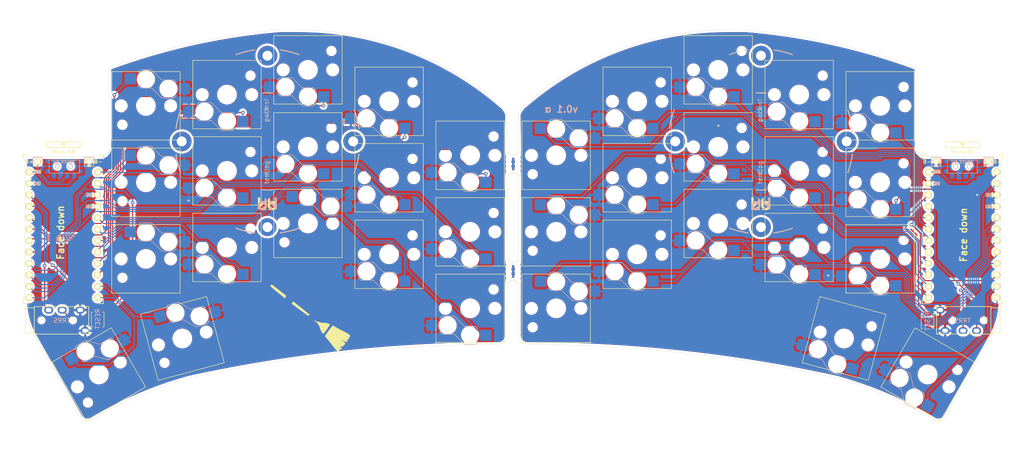
<source format=kicad_pcb>
(kicad_pcb (version 20211014) (generator pcbnew)
  (layers (0 "F.Cu" signal) (31 "B.Cu" signal) (34 "B.Paste" user) (35 "F.Paste" user) (36 "B.SilkS" user "B.Silkscreen") (37 "F.SilkS" user "F.Silkscreen") (38 "B.Mask" user) (39 "F.Mask" user) (44 "Edge.Cuts" user))
  (net 0 "")
  (net 1 "BT+")
  (net 2 "gnd")
  (net 3 "vcc")
  (net 4 "Switch18")
  (net 5 "reset")
  (net 6 "Switch1")
  (net 7 "Switch2")
  (net 8 "Switch3")
  (net 9 "Switch4")
  (net 10 "Switch5")
  (net 11 "Switch6")
  (net 12 "Switch7")
  (net 13 "Switch8")
  (net 14 "Switch9")
  (net 15 "Switch10")
  (net 16 "Switch11")
  (net 17 "Switch12")
  (net 18 "Switch13")
  (net 19 "Switch14")
  (net 20 "Switch15")
  (net 21 "Switch16")
  (net 22 "Switch17")
  (net 23 "Net-(SW_POWER1-Pad1)")
  (net 24 "raw")
  (net 25 "BT+_r")
  (net 26 "Switch18_r")
  (net 27 "reset_r")
  (net 28 "Switch9_r")
  (net 29 "Switch10_r")
  (net 30 "Switch11_r")
  (net 31 "Switch12_r")
  (net 32 "Switch13_r")
  (net 33 "Switch14_r")
  (net 34 "Switch15_r")
  (net 35 "Switch16_r")
  (net 36 "Switch17_r")
  (net 37 "Switch1_r")
  (net 38 "Switch2_r")
  (net 39 "Switch3_r")
  (net 40 "Switch4_r")
  (net 41 "Switch5_r")
  (net 42 "Switch6_r")
  (net 43 "Switch7_r")
  (net 44 "Switch8_r")
  (net 45 "Net-(SW_POWERR1-Pad1)")
  (footprint "kbd:ProMicro_v3_min" (layer "F.Cu") (at 230.178 67.564)
    (fp_text reference "U1" hide)
    (fp_text value "ProMicro-kbd" hide)
  )
  (footprint "Kailh:TRRS-PJ-320A" (layer "F.Cu") (at 236.474 86.052 -90)
    (fp_text reference "J2")
    (fp_text value "AudioJack4dpb" hide)
  )
  (footprint "* duckyb-collection:SW_Hotswap_Kailh_Choc_V1_no_bounds" (layer "F.Cu") (at 175.856 64.516 180)
    (fp_text reference "SW16" hide)
    (fp_text value "SW_Push")
  )
  (footprint "* duckyb-collection:SW_Hotswap_Kailh_Choc_V1_no_bounds" (layer "F.Cu") (at 222.386 98.082 150)
    (fp_text reference "SW20" hide)
    (fp_text value "SW_Push")
  )
  (footprint "* duckyb-collection:SW_Hotswap_Kailh_Choc_V1_no_bounds" (layer "F.Cu") (at 157.856 71.374 180)
    (fp_text reference "SW15" hide)
    (fp_text value "SW_Push")
  )
  (footprint "* duckyb-collection:SW_Hotswap_Kailh_Choc_V1_no_bounds" (layer "F.Cu") (at 203.826 90.082 165)
    (fp_text reference "SW21" hide)
    (fp_text value "SW_Push")
  )
  (footprint "* duckyb-collection:SW_Hotswap_Kailh_Choc_V1_no_bounds" (layer "F.Cu") (at 193.856 69.85 180)
    (fp_text reference "SW17" hide)
    (fp_text value "SW_Push")
  )
  (footprint "* duckyb-collection:SW_Hotswap_Kailh_Choc_V1_no_bounds" (layer "F.Cu") (at 211.836 72.39 180)
    (fp_text reference "SW18" hide)
    (fp_text value "SW_Push")
  )
  (footprint "* duckyb-collection:SW_Hotswap_Kailh_Choc_V1_no_bounds" (layer "F.Cu") (at 175.856 30.382 180)
    (fp_text reference "SW4" hide)
    (fp_text value "SW_Push")
  )
  (footprint "* duckyb-collection:SW_Hotswap_Kailh_Choc_V1_no_bounds" (layer "F.Cu") (at 157.856 37.382 180)
    (fp_text reference "SW3" hide)
    (fp_text value "SW_Push")
  )
  (footprint "* duckyb-collection:SW_Hotswap_Kailh_Choc_V1_no_bounds" (layer "F.Cu") (at 157.856 54.356 180)
    (fp_text reference "SW9" hide)
    (fp_text value "SW_Push")
  )
  (footprint "* duckyb-collection:SW_Hotswap_Kailh_Choc_V1_no_bounds" (layer "F.Cu") (at 139.856 83.382)
    (fp_text reference "SW14" hide)
    (fp_text value "SW_Push")
  )
  (footprint "* duckyb-collection:SW_Hotswap_Kailh_Choc_V1_no_bounds" (layer "F.Cu") (at 211.836 55.372 180)
    (fp_text reference "SW12" hide)
    (fp_text value "SW_Push")
  )
  (footprint "* duckyb-collection:SW_Hotswap_Kailh_Choc_V1_no_bounds" (layer "F.Cu") (at 193.856 52.832 180)
    (fp_text reference "SW11" hide)
    (fp_text value "SW_Push")
  )
  (footprint "* duckyb-collection:SW_Hotswap_Kailh_Choc_V1_no_bounds" (layer "F.Cu") (at 139.856 66.382)
    (fp_text reference "SW8" hide)
    (fp_text value "SW_Push")
  )
  (footprint "* duckyb-collection:SW_Hotswap_Kailh_Choc_V1_no_bounds" (layer "F.Cu") (at 211.856 38.382 180)
    (fp_text reference "SW6" hide)
    (fp_text value "SW_Push")
  )
  (footprint "* duckyb-collection:SW_Hotswap_Kailh_Choc_V1_no_bounds" (layer "F.Cu") (at 193.856 35.882 180)
    (fp_text reference "SW5" hide)
    (fp_text value "SW_Push")
  )
  (footprint "* duckyb-collection:SW_Hotswap_Kailh_Choc_V1_no_bounds" (layer "F.Cu") (at 139.856 49.382)
    (fp_text reference "SW2" hide)
    (fp_text value "SW_Push")
  )
  (footprint "Duckyb-Parts:mouse-bite-5mm-slot-with-space-for-track" (layer "F.Cu") (at 130.302 51.308)
    (fp_text reference "mouse-bite-2mm-slot" hide)
    (fp_text value "VAL**" hide)
  )
  (footprint "Duckyb-Parts:mouse-bite-5mm-slot-with-space-for-track" (layer "F.Cu") (at 130.302 75.184)
    (fp_text reference "mouse-bite-2mm-slot" hide)
    (fp_text value "VAL**" hide)
  )
  (footprint "kbd:SW_SPST_B3U-1000P" (layer "F.Cu") (at 222.377 86.233 90)
    (fp_text reference "RSW1" hide)
    (fp_text value "SW_Push")
  )
  (footprint "* duckyb-collection:SW_Hotswap_Kailh_Choc_V1_no_bounds" (layer "F.Cu") (at 175.856 47.498 180)
    (fp_text reference "SW10" hide)
    (fp_text value "SW_Push")
  )
  (footprint "kbd:Tenting_Puck2" (layer "F.Cu") (at 185.356 46.282)
    (fp_text reference "REF_PUCK_L")
    (fp_text value "Tenting Puck")
  )
  (footprint "kbd:1pin_conn" (layer "F.Cu") (at 235.966 50.8)
    (fp_text reference "B+")
    (fp_text value "MountingHole_Pad" hide)
  )
  (footprint "kbd:1pin_conn" (layer "F.Cu") (at 224.282 50.8)
    (fp_text reference "B-")
    (fp_text value "MountingHole_Pad" hide)
  )
  (footprint "kbd:ProMicro_v3_min" (layer "F.Cu") (at 30.326 67.564)
    (fp_text reference "U2" hide)
    (fp_text value "ProMicro-kbd" hide)
  )
  (footprint "Kailh:TRRS-PJ-320A" (layer "F.Cu") (at 23.876 86.052 90)
    (fp_text reference "J1")
    (fp_text value "AudioJack4dpb" hide)
  )
  (footprint "* duckyb-collection:SW_Hotswap_Kailh_Choc_V1_no_bounds" (layer "F.Cu") (at 48.686 72.39)
    (fp_text reference "SW17_r1" hide)
    (fp_text value "SW_Push")
  )
  (footprint "* duckyb-collection:SW_Hotswap_Kailh_Choc_V1_no_bounds" (layer "F.Cu") (at 66.7 52.832 180)
    (fp_text reference "SW11_r1" hide)
    (fp_text value "SW_Push")
  )
  (footprint "* duckyb-collection:SW_Hotswap_Kailh_Choc_V1_no_bounds" (layer "F.Cu") (at 84.688 64.516)
    (fp_text reference "SW15_r1" hide)
    (fp_text value "SW_Push")
  )
  (footprint "* duckyb-collection:SW_Hotswap_Kailh_Choc_V1_no_bounds" (layer "F.Cu") (at 102.714 71.374 180)
    (fp_text reference "SW18_r1" hide)
    (fp_text value "SW_Push")
  )
  (footprint "* duckyb-collection:SW_Hotswap_Kailh_Choc_V1_no_bounds" (layer "F.Cu") (at 48.686 38.382)
    (fp_text reference "SW6_r1" hide)
    (fp_text value "SW_Push")
  )
  (footprint "* duckyb-collection:SW_Hotswap_Kailh_Choc_V1_no_bounds" (layer "F.Cu") (at 66.7 35.882 180)
    (fp_text reference "SW5_r1" hide)
    (fp_text value "SW_Push")
  )
  (footprint "* duckyb-collection:SW_Hotswap_Kailh_Choc_V1_no_bounds" (layer "F.Cu") (at 120.732 49.382 180)
    (fp_text reference "SW2_r1" hide)
    (fp_text value "SW_Push")
  )
  (footprint "* duckyb-collection:SW_Hotswap_Kailh_Choc_V1_no_bounds" (layer "F.Cu") (at 66.7 69.85 180)
    (fp_text reference "SW16_r1" hide)
    (fp_text value "SW_Push")
  )
  (footprint "* duckyb-collection:SW_Hotswap_Kailh_Choc_V1_no_bounds" (layer "F.Cu") (at 84.688 30.382 180)
    (fp_text reference "SW4_r1" hide)
    (fp_text value "SW_Push")
  )
  (footprint "* duckyb-collection:SW_Hotswap_Kailh_Choc_V1_no_bounds" (layer "F.Cu") (at 120.732 83.382 180)
    (fp_text reference "SW13_r1" hide)
    (fp_text value "SW_Push")
  )
  (footprint "* duckyb-collection:SW_Hotswap_Kailh_Choc_V1_no_bounds" (layer "F.Cu") (at 48.686 55.372)
    (fp_text reference "SW12_r1" hide)
    (fp_text value "SW_Push")
  )
  (footprint "* duckyb-collection:SW_Hotswap_Kailh_Choc_V1_no_bounds" (layer "F.Cu") (at 102.714 37.382 180)
    (fp_text reference "SW3_r1" hide)
    (fp_text value "SW_Push")
  )
  (footprint "* duckyb-collection:SW_Hotswap_Kailh_Choc_V1_no_bounds" (layer "F.Cu") (at 102.714 54.356 180)
    (fp_text reference "SW8_r1" hide)
    (fp_text value "SW_Push")
  )
  (footprint "* duckyb-collection:SW_Hotswap_Kailh_Choc_V1_no_bounds" (layer "F.Cu") (at 56.778 90.082 15)
    (fp_text reference "SW21_r1" hide)
    (fp_text value "SW_Push")
  )
  (footprint "Kailh:ferris_broom" (layer "F.Cu") (at 84.074 85.344 7)
    (fp_text reference "G***" hide)
    (fp_text value "LOGO" hide)
  )
  (footprint "* duckyb-collection:SW_Hotswap_Kailh_Choc_V1_no_bounds" (layer "F.Cu") (at 84.688 47.498 180)
    (fp_text reference "SW9_r1" hide)
    (fp_text value "SW_Push")
  )
  (footprint "* duckyb-collection:SW_Hotswap_Kailh_Choc_V1_no_bounds" (layer "F.Cu") (at 38.218 98.082 30)
    (fp_text reference "SW20_r1" hide)
    (fp_text value "SW_Push")
  )
  (footprint "* duckyb-collection:SW_Hotswap_Kailh_Choc_V1_no_bounds" (layer "F.Cu") (at 120.732 66.382 180)
    (fp_text reference "SW7_r1" hide)
    (fp_text value "SW_Push")
  )
  (footprint "kbd:Tenting_Puck2" (layer "F.Cu") (at 75.692 46.282)
    (fp_text reference "REF_PUCK_R")
    (fp_text value "Tenting Puck")
  )
  (footprint "kbd:1pin_conn" (layer "F.Cu") (at 36.068 50.8)
    (fp_text reference "B-")
    (fp_text value "MountingHole_Pad" hide)
  )
  (footprint "kbd:1pin_conn" (layer "F.Cu") (at 24.638 50.8)
    (fp_text reference "B+")
    (fp_text value "MountingHole_Pad" hide)
  )
  (footprint "kbd:SW_SPST_B3U-1000P" (layer "F.Cu") (at 37.973 85.852 90)
    (fp_text reference "RSW2" hide)
    (fp_text value "SW_Push")
  )
  (footprint "Kailh:SPDT_C128955" (layer "B.Cu") (at 230.124 51.816 180)
    (fp_text reference "POWER SW")
    (fp_text value "SW_SPDT")
  )
  (footprint "Kailh:SPDT_C128955" (layer "B.Cu") (at 30.48 51.816 180)
    (fp_text reference "POWER SW")
    (fp_text value "SW_SPDT")
  )
  (gr_rect (start 27.178 50.419) (end 33.909 53.34) (layer "B.SilkS") (width 0.12) (fill none))
  (gr_rect (start 226.822 50.419) (end 233.426 53.34) (layer "B.SilkS") (width 0.12) (fill none))
  (gr_line (start 131.5085 77.724) (end 131.506254 89.547024) (layer "Edge.Cuts") (width 0.05))
  (gr_line (start 219.998001 47.763999) (end 219.998045 30.439419) (layer "Edge.Cuts") (width 0.05))
  (gr_arc (start 226.446 107.451265) (mid 225.204995 108.32098) (end 223.714 108.05) (layer "Edge.Cuts") (width 0.05))
  (gr_arc (start 222.033002 49.694917) (mid 220.620534 49.145716) (end 219.998001 47.763999) (layer "Edge.Cuts") (width 0.05))
  (gr_arc (start 182.067777 21.502679) (mid 201.091879 24.375764) (end 219.56329 29.758889) (layer "Edge.Cuts") (width 0.05))
  (gr_arc (start 132.893 38.265) (mid 153.988491 25.788882) (end 178.120389 21.508139) (layer "Edge.Cuts") (width 0.05))
  (gr_arc (start 237.938 49.692) (mid 238.46833 49.91167) (end 238.688 50.442) (layer "Edge.Cuts") (width 0.05))
  (gr_arc (start 131.466055 40.278702) (mid 132.022929 39.160882) (end 132.893 38.265) (layer "Edge.Cuts") (width 0.05))
  (gr_arc (start 133.544 91.383119) (mid 132.156573 90.874102) (end 131.506254 89.547024) (layer "Edge.Cuts") (width 0.05))
  (gr_arc (start 219.56329 29.758889) (mid 219.880079 30.035645) (end 219.998045 30.439419) (layer "Edge.Cuts") (width 0.05))
  (gr_arc (start 202.185134 98.863946) (mid 213.262488 102.723597) (end 223.714 108.05) (layer "Edge.Cuts") (width 0.05))
  (gr_line (start 222.033002 49.694917) (end 237.938 49.692) (layer "Edge.Cuts") (width 0.05))
  (gr_arc (start 133.544 91.383119) (mid 168.064442 93.289554) (end 202.185134 98.863946) (layer "Edge.Cuts") (width 0.05))
  (gr_line (start 238.688 58.42) (end 238.688 66.548) (layer "Edge.Cuts") (width 0.05))
  (gr_line (start 236.953304 88.85815) (end 226.446 107.451265) (layer "Edge.Cuts") (width 0.05))
  (gr_arc (start 238.7 81.534) (mid 238.242913 85.295347) (end 236.953304 88.85815) (layer "Edge.Cuts") (width 0.05))
  (gr_line (start 182.067777 21.502679) (end 178.120389 21.508139) (layer "Edge.Cuts") (width 0.05))
  (gr_line (start 238.688 50.442) (end 238.688 58.42) (layer "Edge.Cuts") (width 0.05))
  (gr_line (start 131.466055 40.278702) (end 131.572 48.768) (layer "Edge.Cuts") (width 0.05))
  (gr_line (start 129.3495 48.768) (end 128.96 48.768) (layer "Edge.Cuts") (width 0.05))
  (gr_line (start 238.688 66.548) (end 238.688 75.438) (layer "Edge.Cuts") (width 0.05))
  (gr_line (start 238.688 75.438) (end 238.7 81.534) (layer "Edge.Cuts") (width 0.05))
  (gr_line (start 129.3495 72.644) (end 128.96 72.644) (layer "Edge.Cuts") (width 0.05))
  (gr_line (start 129.3495 53.848) (end 128.96 53.848) (layer "Edge.Cuts") (width 0.05))
  (gr_line (start 129.3495 77.724) (end 128.96 77.724) (layer "Edge.Cuts") (width 0.05))
  (gr_line (start 131.572 53.848) (end 131.572 72.644) (layer "Edge.Cuts") (width 0.05))
  (gr_line (start 78.412223 21.502679) (end 82.613611 21.508139) (layer "Edge.Cuts") (width 0.05))
  (gr_line (start 21.792 50.442) (end 21.792 58.42) (layer "Edge.Cuts") (width 0.05))
  (gr_line (start 128.96 77.724) (end 128.975507 89.545022) (layer "Edge.Cuts") (width 0.05))
  (gr_arc (start 127.587 38.265) (mid 128.457071 39.160882) (end 129.013945 40.278702) (layer "Edge.Cuts") (width 0.05))
  (gr_arc (start 128.975507 89.545022) (mid 128.324689 90.873432) (end 126.936 91.383119) (layer "Edge.Cuts") (width 0.05))
  (gr_line (start 40.481999 47.763999) (end 40.481955 30.439419) (layer "Edge.Cuts") (width 0.05))
  (gr_line (start 21.792 66.548) (end 21.792 73.914) (layer "Edge.Cuts") (width 0.05))
  (gr_line (start 23.526696 88.85815) (end 34.034 107.451265) (layer "Edge.Cuts") (width 0.05))
  (gr_arc (start 40.481999 47.763999) (mid 39.859467 49.145716) (end 38.446998 49.694917) (layer "Edge.Cuts") (width 0.05))
  (gr_arc (start 40.91671 29.758889) (mid 59.388121 24.375764) (end 78.412223 21.502679) (layer "Edge.Cuts") (width 0.05))
  (gr_arc (start 58.294866 98.863946) (mid 92.415558 93.289555) (end 126.936 91.383119) (layer "Edge.Cuts") (width 0.05))
  (gr_arc (start 23.526696 88.85815) (mid 22.237087 85.295347) (end 21.78 81.534) (layer "Edge.Cuts") (width 0.05))
  (gr_arc (start 21.792 50.442) (mid 22.01167 49.91167) (end 22.542 49.692) (layer "Edge.Cuts") (width 0.05))
  (gr_line (start 38.446998 49.694917) (end 22.542 49.692) (layer "Edge.Cuts") (width 0.05))
  (gr_line (start 21.792 58.42) (end 21.792 66.548) (layer "Edge.Cuts") (width 0.05))
  (gr_arc (start 40.481955 30.439419) (mid 40.599921 30.035645) (end 40.91671 29.758889) (layer "Edge.Cuts") (width 0.05))
  (gr_arc (start 36.766 108.05) (mid 35.275005 108.32098) (end 34.034 107.451265) (layer "Edge.Cuts") (width 0.05))
  (gr_arc (start 82.613611 21.508139) (mid 106.610476 25.833455) (end 127.587 38.265) (layer "Edge.Cuts") (width 0.05))
  (gr_arc (start 36.766 108.05) (mid 47.217512 102.723597) (end 58.294866 98.863946) (layer "Edge.Cuts") (width 0.05))
  (gr_line (start 21.792 73.914) (end 21.78 81.534) (layer "Edge.Cuts") (width 0.05))
  (gr_line (start 128.96 53.848) (end 128.96 72.644) (layer "Edge.Cuts") (width 0.05))
  (gr_line (start 129.013945 40.278702) (end 128.96 48.768) (layer "Edge.Cuts") (width 0.05))
  (gr_line (start 131.572 48.768) (end 131.2545 48.768) (layer "Edge.Cuts") (width 0.05))
  (gr_arc (start 131.254499 72.644) (mid 130.302 73.288873) (end 129.349501 72.643999) (layer "Edge.Cuts") (width 0.05))
  (gr_line (start 131.572 53.848) (end 131.2545 53.848) (layer "Edge.Cuts") (width 0.05))
  (gr_arc (start 129.349501 77.724) (mid 130.302 77.079127) (end 131.254499 77.724001) (layer "Edge.Cuts") (width 0.05))
  (gr_line (start 131.572 72.644) (end 131.2545 72.644) (layer "Edge.Cuts") (width 0.05))
  (gr_arc (start 131.254499 48.768) (mid 130.302 49.412873) (end 129.349501 48.767999) (layer "Edge.Cuts") (width 0.05))
  (gr_line (start 131.5085 77.724) (end 131.2545 77.724) (layer "Edge.Cuts") (width 0.05))
  (gr_arc (start 129.349501 53.848) (mid 130.302 53.203127) (end 131.254499 53.848001) (layer "Edge.Cuts") (width 0.05))
  (gr_text "v0.1 α" (at 140.97 39.116) (layer "B.SilkS") (effects (font (size 1.5 1.5) (thickness 0.3)) (justify mirror)))
  (gr_text "Face down" (at 230.378 67.056 90) (layer "F.SilkS") (effects (font (size 1.5 1.5) (thickness 0.3))))
  (gr_text "Face down" (at 29.718 66.548 90) (layer "F.SilkS") (effects (font (size 1.5 1.5) (thickness 0.3))))
  (segment (start 29.749 55.372) (end 31.23 53.891) (width 0.25) (layer "B.Cu") (net 1))
  (segment (start 24.638 50.8) (end 24.638 52.832) (width 0.25) (layer "B.Cu") (net 1))
  (segment (start 24.638 52.832) (end 27.178 55.372) (width 0.25) (layer "B.Cu") (net 1))
  (segment (start 27.178 55.372) (end 29.749 55.372) (width 0.25) (layer "B.Cu") (net 1))
  (via (at 200.279 76.073) (size 0.8) (drill 0.4) (layers "F.Cu" "B.Cu") (net 2))
  (via (at 175.895 42.799) (size 0.8) (drill 0.4) (layers "F.Cu" "B.Cu") (net 2))
  (via (at 233.426 58.166) (size 0.8) (drill 0.4) (layers "F.Cu" "B.Cu") (net 2))
  (via (at 58.166 59.436) (size 0.8) (drill 0.4) (layers "F.Cu" "B.Cu") (net 2))
  (segment (start 229.235 77.9405) (end 229.3245 77.9405) (width 0.25) (layer "F.Cu") (net 3))
  (segment (start 233.274 81.89) (end 233.274 88.352) (width 0.25) (layer "F.Cu") (net 3))
  (segment (start 26.162 73.914) (end 26.162 82.838) (width 0.25) (layer "F.Cu") (net 3))
  (segment (start 229.3245 77.9405) (end 233.274 81.89) (width 0.25) (layer "F.Cu") (net 3))
  (segment (start 26.162 82.838) (end 27.076 83.752) (width 0.25) (layer "F.Cu") (net 3))
  (via (at 229.235 77.9405) (size 0.8) (drill 0.4) (layers "F.Cu" "B.Cu") (net 3))
  (via (at 26.162 73.914) (size 0.8) (drill 0.4) (layers "F.Cu" "B.Cu") (net 3))
  (segment (start 224.028 62.1646) (end 222.5694 60.706) (width 0.25) (layer "B.Cu") (net 3))
  (segment (start 26.162 62.246318) (end 24.621682 60.706) (width 0.25) (layer "B.Cu") (net 3))
  (segment (start 229.235 77.851) (end 224.028 72.644) (width 0.25) (layer "B.Cu") (net 3))
  (segment (start 24.621682 60.706) (end 22.7174 60.706) (width 0.25) (layer "B.Cu") (net 3))
  (segment (start 26.162 73.914) (end 26.162 62.246318) (width 0.25) (layer "B.Cu") (net 3))
  (segment (start 224.028 72.644) (end 224.028 62.1646) (width 0.25) (layer "B.Cu") (net 3))
  (segment (start 229.235 77.9405) (end 229.235 77.851) (width 0.25) (layer "B.Cu") (net 3))
  (segment (start 229.738701 79.379299) (end 230.274 79.914598) (width 0.25) (layer "F.Cu") (net 4))
  (segment (start 230.274 79.914598) (end 230.274 88.352) (width 0.25) (layer "F.Cu") (net 4))
  (via (at 229.738701 79.379299) (size 0.8) (drill 0.4) (layers "F.Cu" "B.Cu") (net 4))
  (segment (start 231.4324 78.192164) (end 231.4324 75.396011) (width 0.25) (layer "B.Cu") (net 4))
  (segment (start 229.738701 79.379299) (end 230.245265 79.379299) (width 0.25) (layer "B.Cu") (net 4))
  (segment (start 231.4324 75.396011) (end 234.74444 72.083971) (width 0.25) (layer "B.Cu") (net 4))
  (segment (start 234.74444 72.083971) (end 234.74444 58.67096) (width 0.25) (layer "B.Cu") (net 4))
  (segment (start 234.74444 58.67096) (end 237.7894 55.626) (width 0.25) (layer "B.Cu") (net 4))
  (segment (start 230.245265 79.379299) (end 231.4324 78.192164) (width 0.25) (layer "B.Cu") (net 4))
  (segment (start 222.377 84.533) (end 220.345 82.501) (width 0.25) (layer "F.Cu") (net 5))
  (segment (start 220.345 82.501) (end 220.345 68.58) (width 0.25) (layer "F.Cu") (net 5))
  (segment (start 217.551 63.1844) (end 222.5694 58.166) (width 0.25) (layer "F.Cu") (net 5))
  (segment (start 217.551 65.786) (end 217.551 63.1844) (width 0.25) (layer "F.Cu") (net 5))
  (segment (start 220.345 68.58) (end 217.551 65.786) (width 0.25) (layer "F.Cu") (net 5))
  (segment (start 221.869 77.216) (end 236.5194 77.216) (width 0.25) (layer "F.Cu") (net 6))
  (segment (start 220.79452 66.74352) (end 220.79452 76.14152) (width 0.25) (layer "F.Cu") (net 6))
  (segment (start 236.5194 77.216) (end 237.7894 75.946) (width 0.25) (layer "F.Cu") (net 6))
  (segment (start 220.79452 76.14152) (end 221.869 77.216) (width 0.25) (layer "F.Cu") (net 6))
  (segment (start 218.821 64.77) (end 220.79452 66.74352) (width 0.25) (layer "F.Cu") (net 6))
  (via (at 218.821 64.77) (size 0.8) (drill 0.4) (layers "F.Cu" "B.Cu") (net 6))
  (segment (start 212.394594 49.60856) (end 217.753688 49.60856) (width 0.25) (layer "B.Cu") (net 6))
  (segment (start 139.71 46.736) (end 142.748 46.736) (width 0.25) (layer "B.Cu") (net 6))
  (segment (start 219.18192 51.036792) (end 219.18192 58.166) (width 0.25) (layer "B.Cu") (net 6))
  (segment (start 219.18192 64.40908) (end 218.821 64.77) (width 0.25) (layer "B.Cu") (net 6))
  (segment (start 200.100521 48.208521) (end 202.047071 50.155071) (width 0.25) (layer "B.Cu") (net 6))
  (segment (start 142.748 46.736) (end 143.51 47.498) (width 0.25) (layer "B.Cu") (net 6))
  (segment (start 143.51 47.498) (end 160.655 47.498) (width 0.25) (layer "B.Cu") (net 6))
  (segment (start 219.18192 58.166) (end 219.18192 64.40908) (width 0.25) (layer "B.Cu") (net 6))
  (segment (start 211.848083 50.155071) (end 212.394594 49.60856) (width 0.25) (layer "B.Cu") (net 6))
  (segment (start 167.82548 40.32752) (end 181.423085 40.32752) (width 0.25) (layer "B.Cu") (net 6))
  (segment (start 200.100521 48.207628) (end 200.100521 48.208521) (width 0.25) (layer "B.Cu") (net 6))
  (segment (start 199.499479 47.607479) (end 199.500372 47.607479) (width 0.25) (layer "B.Cu") (net 6))
  (segment (start 217.753688 49.60856) (end 219.18192 51.036792) (width 0.25) (layer "B.Cu") (net 6))
  (segment (start 186.063606 44.96804) (end 196.86004 44.96804) (width 0.25) (layer "B.Cu") (net 6))
  (segment (start 196.86004 44.96804) (end 199.499479 47.607479) (width 0.25) (layer "B.Cu") (net 6))
  (segment (start 199.500372 47.607479) (end 200.100521 48.207628) (width 0.25) (layer "B.Cu") (net 6))
  (segment (start 181.423085 40.32752) (end 186.063606 44.96804) (width 0.25) (layer "B.Cu") (net 6))
  (segment (start 136.356 43.382) (end 139.71 46.736) (width 0.25) (layer "B.Cu") (net 6))
  (segment (start 202.047071 50.155071) (end 211.848083 50.155071) (width 0.25) (layer "B.Cu") (net 6))
  (segment (start 160.655 47.498) (end 167.82548 40.32752) (width 0.25) (layer "B.Cu") (net 6))
  (segment (start 199.685677 47.157959) (end 199.68657 47.157959) (width 0.25) (layer "B.Cu") (net 7))
  (segment (start 219.63144 65.327157) (end 221.12708 66.822798) (width 0.25) (layer "B.Cu") (net 7))
  (segment (start 202.234164 49.705551) (end 211.661885 49.705551) (width 0.25) (layer "B.Cu") (net 7))
  (segment (start 186.249803 44.51852) (end 197.046238 44.51852) (width 0.25) (layer "B.Cu") (net 7))
  (segment (start 221.12708 66.822798) (end 221.12708 69.42368) (width 0.25) (layer "B.Cu") (net 7))
  (segment (start 211.661885 49.705551) (end 212.208396 49.15904) (width 0.25) (layer "B.Cu") (net 7))
  (segment (start 197.046238 44.51852) (end 199.685677 47.157959) (width 0.25) (layer "B.Cu") (net 7))
  (segment (start 217.939886 49.15904) (end 219.63144 50.850594) (width 0.25) (layer "B.Cu") (net 7))
  (segment (start 164.86 39.878) (end 181.609283 39.878) (width 0.25) (layer "B.Cu") (net 7))
  (segment (start 212.208396 49.15904) (end 217.939886 49.15904) (width 0.25) (layer "B.Cu") (net 7))
  (segment (start 221.12708 69.42368) (end 222.5694 70.866) (width 0.25) (layer "B.Cu") (net 7))
  (segment (start 219.63144 50.850594) (end 219.63144 65.327157) (width 0.25) (layer "B.Cu") (net 7))
  (segment (start 199.68657 47.157959) (end 202.234164 49.705551) (width 0.25) (layer "B.Cu") (net 7))
  (segment (start 181.609283 39.878) (end 186.249803 44.51852) (width 0.25) (layer "B.Cu") (net 7))
  (segment (start 161.356 43.382) (end 164.86 39.878) (width 0.25) (layer "B.Cu") (net 7))
  (segment (start 179.356 36.989) (end 186.436 44.069) (width 0.25) (layer "B.Cu") (net 8))
  (segment (start 220.08096 65.14096) (end 222.5694 67.6294) (width 0.25) (layer "B.Cu") (net 8))
  (segment (start 211.475687 49.256031) (end 212.022198 48.70952) (width 0.25) (layer "B.Cu") (net 8))
  (segment (start 179.356 36.382) (end 179.356 36.989) (width 0.25) (layer "B.Cu") (net 8))
  (segment (start 220.08096 50.664396) (end 220.08096 65.14096) (width 0.25) (layer "B.Cu") (net 8))
  (segment (start 222.5694 67.6294) (end 222.5694 68.326) (width 0.25) (layer "B.Cu") (net 8))
  (segment (start 218.126084 48.70952) (end 220.08096 50.664396) (width 0.25) (layer "B.Cu") (net 8))
  (segment (start 186.436 44.069) (end 197.233329 44.069) (width 0.25) (layer "B.Cu") (net 8))
  (segment (start 197.233329 44.069) (end 202.420361 49.256031) (width 0.25) (layer "B.Cu") (net 8))
  (segment (start 202.420361 49.256031) (end 211.475687 49.256031) (width 0.25) (layer "B.Cu") (net 8))
  (segment (start 212.022198 48.70952) (end 218.126084 48.70952) (width 0.25) (layer "B.Cu") (net 8))
  (segment (start 220.53048 50.478199) (end 220.53048 63.74708) (width 0.25) (layer "B.Cu") (net 9))
  (segment (start 197.356 41.882) (end 197.356 43.555953) (width 0.25) (layer "B.Cu") (net 9))
  (segment (start 202.606558 48.806511) (end 211.289489 48.806511) (width 0.25) (layer "B.Cu") (net 9))
  (segment (start 211.836 48.26) (end 218.312281 48.26) (width 0.25) (layer "B.Cu") (net 9))
  (segment (start 218.312281 48.26) (end 220.53048 50.478199) (width 0.25) (layer "B.Cu") (net 9))
  (segment (start 211.289489 48.806511) (end 211.836 48.26) (width 0.25) (layer "B.Cu") (net 9))
  (segment (start 220.53048 63.74708) (end 222.5694 65.786) (width 0.25) (layer "B.Cu") (net 9))
  (segment (start 197.356 43.555953) (end 202.606558 48.806511) (width 0.25) (layer "B.Cu") (net 9))
  (segment (start 220.98 62.738) (end 221.488 63.246) (width 0.25) (layer "B.Cu") (net 10))
  (segment (start 215.356 44.382) (end 215.356 44.668) (width 0.25) (layer "B.Cu") (net 10))
  (segment (start 220.98 50.292) (end 220.98 62.738) (width 0.25) (layer "B.Cu") (net 10))
  (segment (start 221.488 63.246) (end 222.5694 63.246) (width 0.25) (layer "B.Cu") (net 10))
  (segment (start 215.356 44.668) (end 220.98 50.292) (width 0.25) (layer "B.Cu") (net 10))
  (segment (start 204.139594 65.83444) (end 215.977842 65.83444) (width 0.25) (layer "B.Cu") (net 11))
  (segment (start 137.269671 60.382) (end 139.069192 58.582479) (width 0.25) (layer "B.Cu") (net 11))
  (segment (start 200.41604 57.539605) (end 200.41604 62.110886) (width 0.25) (layer "B.Cu") (net 11))
  (segment (start 215.977842 65.83444) (end 215.995364 65.816919) (width 0.25) (layer "B.Cu") (net 11))
  (segment (start 145.633521 58.582479) (end 155.084521 49.131479) (width 0.25) (layer "B.Cu") (net 11))
  (segment (start 139.069192 58.582479) (end 145.633521 58.582479) (width 0.25) (layer "B.Cu") (net 11))
  (segment (start 188.468 50.927) (end 193.28396 55.74296) (width 0.25) (layer "B.Cu") (net 11))
  (segment (start 220.67756 68.455513) (end 220.67756 71.51416) (width 0.25) (layer "B.Cu") (net 11))
  (segment (start 174.879 50.927) (end 188.468 50.927) (width 0.25) (layer "B.Cu") (net 11))
  (segment (start 200.41604 62.110886) (end 204.139594 65.83444) (width 0.25) (layer "B.Cu") (net 11))
  (segment (start 220.67756 71.51416) (end 222.5694 73.406) (width 0.25) (layer "B.Cu") (net 11))
  (segment (start 136.356 60.382) (end 137.269671 60.382) (width 0.25) (layer "B.Cu") (net 11))
  (segment (start 218.038966 65.816919) (end 220.67756 68.455513) (width 0.25) (layer "B.Cu") (net 11))
  (segment (start 198.619395 55.74296) (end 200.41604 57.539605) (width 0.25) (layer "B.Cu") (net 11))
  (segment (start 193.28396 55.74296) (end 198.619395 55.74296) (width 0.25) (layer "B.Cu") (net 11))
  (segment (start 173.083479 49.131479) (end 174.879 50.927) (width 0.25) (layer "B.Cu") (net 11))
  (segment (start 155.084521 49.131479) (end 173.083479 49.131479) (width 0.25) (layer "B.Cu") (net 11))
  (segment (start 215.995364 65.816919) (end 218.038966 65.816919) (width 0.25) (layer "B.Cu") (net 11))
  (segment (start 199.96652 57.725802) (end 198.433198 56.19248) (width 0.25) (layer "B.Cu") (net 12))
  (segment (start 217.852768 66.266439) (end 216.181561 66.266439) (width 0.25) (layer "B.Cu") (net 12))
  (segment (start 189.919677 54.282959) (end 184.584959 54.282959) (width 0.25) (layer "B.Cu") (net 12))
  (segment (start 216.181561 66.266439) (end 216.16404 66.28396) (width 0.25) (layer "B.Cu") (net 12))
  (segment (start 191.829198 56.19248) (end 189.919677 54.282959) (width 0.25) (layer "B.Cu") (net 12))
  (segment (start 220.22804 68.641711) (end 217.852768 66.266439) (width 0.25) (layer "B.Cu") (net 12))
  (segment (start 203.953396 66.28396) (end 199.96652 62.297084) (width 0.25) (layer "B.Cu") (net 12))
  (segment (start 198.433198 56.19248) (end 191.829198 56.19248) (width 0.25) (layer "B.Cu") (net 12))
  (segment (start 184.584959 54.282959) (end 181.737 51.435) (width 0.25) (layer "B.Cu") (net 12))
  (segment (start 175.006 51.435) (end 166.085 60.356) (width 0.25) (layer "B.Cu") (net 12))
  (segment (start 166.085 60.356) (end 161.356 60.356) (width 0.25) (layer "B.Cu") (net 12))
  (segment (start 199.96652 62.297084) (end 199.96652 57.725802) (width 0.25) (layer "B.Cu") (net 12))
  (segment (start 222.5694 75.946) (end 220.22804 73.60464) (width 0.25) (layer "B.Cu") (net 12))
  (segment (start 220.22804 73.60464) (end 220.22804 68.641711) (width 0.25) (layer "B.Cu") (net 12))
  (segment (start 216.16404 66.28396) (end 203.953396 66.28396) (width 0.25) (layer "B.Cu") (net 12))
  (segment (start 181.737 51.435) (end 175.006 51.435) (width 0.25) (layer "B.Cu") (net 12))
  (segment (start 216.445431 66.715959) (end 217.66657 66.715959) (width 0.25) (layer "B.Cu") (net 13))
  (segment (start 179.356 53.498) (end 179.579 53.721) (width 0.25) (layer "B.Cu") (net 13))
  (segment (start 184.398761 54.732479) (end 189.733479 54.732479) (width 0.25) (layer "B.Cu") (net 13))
  (segment (start 179.579 53.721) (end 183.387282 53.721) (width 0.25) (layer "B.Cu") (net 13))
  (segment (start 189.733479 54.732479) (end 191.643 56.642) (width 0.25) (layer "B.Cu") (net 13))
  (segment (start 203.767198 66.73348) (end 216.427909 66.73348) (width 0.25) (layer "B.Cu") (net 13))
  (segment (start 199.517 57.912) (end 199.517 62.483282) (width 0.25) (layer "B.Cu") (net 13))
  (segment (start 216.427909 66.73348) (end 216.445431 66.715959) (width 0.25) (layer "B.Cu") (net 13))
  (segment (start 199.517 62.483282) (end 203.767198 66.73348) (width 0.25) (layer "B.Cu") (net 13))
  (segment (start 191.643 56.642) (end 198.247 56.642) (width 0.25) (layer "B.Cu") (net 13))
  (segment (start 198.247 56.642) (end 199.517 57.912) (width 0.25) (layer "B.Cu") (net 13))
  (segment (start 217.66657 66.715959) (end 219.77852 68.827909) (width 0.25) (layer "B.Cu") (net 13))
  (segment (start 183.387282 53.721) (end 184.398761 54.732479) (width 0.25) (layer "B.Cu") (net 13))
  (segment (start 219.77852 75.69512) (end 222.5694 78.486) (width 0.25) (layer "B.Cu") (net 13))
  (segment (start 219.77852 68.827909) (end 219.77852 75.69512) (width 0.25) (layer "B.Cu") (net 13))
  (segment (start 197.356 58.832) (end 197.356 60.958) (width 0.25) (layer "B.Cu") (net 14))
  (segment (start 197.356 60.958) (end 203.581 67.183) (width 0.25) (layer "B.Cu") (net 14))
  (segment (start 219.329 69.014107) (end 219.329 77.7856) (width 0.25) (layer "B.Cu") (net 14))
  (segment (start 217.480372 67.165479) (end 219.329 69.014107) (width 0.25) (layer "B.Cu") (net 14))
  (segment (start 203.581 67.183) (end 216.614107 67.183) (width 0.25) (layer "B.Cu") (net 14))
  (segment (start 219.329 77.7856) (end 222.5694 81.026) (width 0.25) (layer "B.Cu") (net 14))
  (segment (start 216.614107 67.183) (end 216.631628 67.165479) (width 0.25) (layer "B.Cu") (net 14))
  (segment (start 216.631628 67.165479) (end 217.480372 67.165479) (width 0.25) (layer "B.Cu") (net 14))
  (segment (start 234.569 56.896) (end 237.7894 53.6756) (width 0.25) (layer "F.Cu") (net 15))
  (segment (start 215.392 59.436) (end 217.932 56.896) (width 0.25) (layer "F.Cu") (net 15))
  (segment (start 217.932 56.896) (end 234.569 56.896) (width 0.25) (layer "F.Cu") (net 15))
  (segment (start 237.7894 53.6756) (end 237.7894 53.086) (width 0.25) (layer "F.Cu") (net 15))
  (via (at 215.392 59.436) (size 0.8) (drill 0.4) (layers "F.Cu" "B.Cu") (net 15))
  (segment (start 215.336 61.372) (end 215.336 59.492) (width 0.25) (layer "B.Cu") (net 15))
  (segment (start 215.336 59.492) (end 215.392 59.436) (width 0.25) (layer "B.Cu") (net 15))
  (segment (start 173.506959 69.442994) (end 174.882995 68.066959) (width 0.25) (layer "B.Cu") (net 16))
  (segment (start 141.097 73.279) (end 152.064671 73.279) (width 0.25) (layer "B.Cu") (net 16))
  (segment (start 206.248 70.231) (end 212.725 70.231) (width 0.25) (layer "B.Cu") (net 16))
  (segment (start 237.7894 63.5816) (end 237.7894 63.246) (width 0.25) (layer "B.Cu") (net 16))
  (segment (start 220.853 82.55) (end 227.710282 82.55) (width 0.25) (layer "B.Cu") (net 16))
  (segment (start 212.725 70.231) (end 218.821 76.327) (width 0.25) (layer "B.Cu") (net 16))
  (segment (start 193.04 67.691) (end 194.818 67.691) (width 0.25) (layer "B.Cu") (net 16))
  (segment (start 136.356 77.382) (end 136.994 77.382) (width 0.25) (layer "B.Cu") (net 16))
  (segment (start 235.19396 67.745723) (end 235.204 67.735683) (width 0.25) (layer "B.Cu") (net 16))
  (segment (start 174.882995 68.066959) (end 181.352394 68.066959) (width 0.25) (layer "B.Cu") (net 16))
  (segment (start 136.994 77.382) (end 141.097 73.279) (width 0.25) (layer "B.Cu") (net 16))
  (segment (start 192.278 68.453) (end 193.04 67.691) (width 0.25) (layer "B.Cu") (net 16))
  (segment (start 235.19396 72.270169) (end 235.19396 67.745723) (width 0.25) (layer "B.Cu") (net 16))
  (segment (start 218.821 80.518) (end 220.853 82.55) (width 0.25) (layer "B.Cu") (net 16))
  (segment (start 194.818 67.691) (end 200.39596 73.26896) (width 0.25) (layer "B.Cu") (net 16))
  (segment (start 203.21004 73.26896) (end 206.248 70.231) (width 0.25) (layer "B.Cu") (net 16))
  (segment (start 154.681479 73.274479) (end 156.718 75.311) (width 0.25) (layer "B.Cu") (net 16))
  (segment (start 235.204 67.735683) (end 235.204 66.167) (width 0.25) (layer "B.Cu") (net 16))
  (segment (start 152.069192 73.274479) (end 154.681479 73.274479) (width 0.25) (layer "B.Cu") (net 16))
  (segment (start 181.738435 68.453) (end 192.278 68.453) (width 0.25) (layer "B.Cu") (net 16))
  (segment (start 173.506959 69.443323) (end 173.506959 69.442994) (width 0.25) (layer "B.Cu") (net 16))
  (segment (start 231.88192 78.378362) (end 231.88192 75.582209) (width 0.25) (layer "B.Cu") (net 16))
  (segment (start 235.204 66.167) (end 237.7894 63.5816) (width 0.25) (layer "B.Cu") (net 16))
  (segment (start 200.39596 73.26896) (end 203.21004 73.26896) (width 0.25) (layer "B.Cu") (net 16))
  (segment (start 152.064671 73.279) (end 152.069192 73.274479) (width 0.25) (layer "B.Cu") (net 16))
  (segment (start 167.639282 75.311) (end 173.506959 69.443323) (width 0.25) (layer "B.Cu") (net 16))
  (segment (start 227.710282 82.55) (end 231.88192 78.378362) (width 0.25) (layer "B.Cu") (net 16))
  (segment (start 231.88192 75.582209) (end 235.19396 72.270169) (width 0.25) (layer "B.Cu") (net 16))
  (segment (start 181.352394 68.066959) (end 181.738435 68.453) (width 0.25) (layer "B.Cu") (net 16))
  (segment (start 156.718 75.311) (end 167.639282 75.311) (width 0.25) (layer "B.Cu") (net 16))
  (segment (start 218.821 76.327) (end 218.821 80.518) (width 0.25) (layer "B.Cu") (net 16))
  (segment (start 235.64348 72.456367) (end 235.64348 67.93192) (width 0.25) (layer "B.Cu") (net 17))
  (segment (start 187.882995 71.300959) (end 192.315834 71.300959) (width 0.25) (layer "B.Cu") (net 17))
  (segment (start 192.315834 71.300959) (end 194.225355 73.21048) (width 0.25) (layer "B.Cu") (net 17))
  (segment (start 181.166197 68.516479) (end 183.955198 71.30548) (width 0.25) (layer "B.Cu") (net 17))
  (segment (start 218.32304 76.464758) (end 218.32304 80.78204) (width 0.25) (layer "B.Cu") (net 17))
  (segment (start 209.609198 73.71848) (end 211.318678 75.42796) (width 0.25) (layer "B.Cu") (net 17))
  (segment (start 223.31444 85.77344) (end 225.12256 85.77344) (width 0.25) (layer "B.Cu") (net 17))
  (segment (start 232.33144 75.768407) (end 235.64348 72.456367) (width 0.25) (layer "B.Cu") (net 17))
  (segment (start 166.212 77.374) (end 173.956479 69.629521) (width 0.25) (layer "B.Cu") (net 17))
  (segment (start 232.33144 78.56456) (end 232.33144 75.768407) (width 0.25) (layer "B.Cu") (net 17))
  (segment (start 195.146527 73.71848) (end 209.609198 73.71848) (width 0.25) (layer "B.Cu") (net 17))
  (segment (start 187.878473 71.30548) (end 187.882995 71.300959) (width 0.25) (layer "B.Cu") (net 17))
  (segment (start 217.286242 75.42796) (end 218.32304 76.464758) (width 0.25) (layer "B.Cu") (net 17))
  (segment (start 173.956479 69.629192) (end 175.069192 68.516479) (width 0.25) (layer "B.Cu") (net 17))
  (segment (start 218.32304 80.78204) (end 223.31444 85.77344) (width 0.25) (layer "B.Cu") (net 17))
  (segment (start 183.955198 71.30548) (end 187.878473 71.30548) (width 0.25) (layer "B.Cu") (net 17))
  (segment (start 194.225355 73.21048) (end 194.638527 73.21048) (width 0.25) (layer "B.Cu") (net 17))
  (segment (start 173.956479 69.629521) (end 173.956479 69.629192) (width 0.25) (layer "B.Cu") (net 17))
  (segment (start 211.318678 75.42796) (end 217.286242 75.42796) (width 0.25) (layer "B.Cu") (net 17))
  (segment (start 175.069192 68.516479) (end 181.166197 68.516479) (width 0.25) (layer "B.Cu") (net 17))
  (segment (start 225.12256 85.77344) (end 232.33144 78.56456) (width 0.25) (layer "B.Cu") (net 17))
  (segment (start 235.64348 67.93192) (end 237.7894 65.786) (width 0.25) (layer "B.Cu") (net 17))
  (segment (start 161.356 77.374) (end 166.212 77.374) (width 0.25) (layer "B.Cu") (net 17))
  (segment (start 194.638527 73.21048) (end 195.146527 73.71848) (width 0.25) (layer "B.Cu") (net 17))
  (segment (start 188.069192 71.750479) (end 192.129637 71.750479) (width 0.25) (layer "B.Cu") (net 18))
  (segment (start 179.356 70.516) (end 182.53 70.516) (width 0.25) (layer "B.Cu") (net 18))
  (segment (start 183.769 71.755) (end 188.064671 71.755) (width 0.25) (layer "B.Cu") (net 18))
  (segment (start 192.129637 71.750479) (end 194.039158 73.66) (width 0.25) (layer "B.Cu") (net 18))
  (segment (start 217.100044 75.87748) (end 217.87352 76.650956) (width 0.25) (layer "B.Cu") (net 18))
  (segment (start 211.13248 75.87748) (end 217.100044 75.87748) (width 0.25) (layer "B.Cu") (net 18))
  (segment (start 225.308758 86.22296) (end 232.78096 78.750758) (width 0.25) (layer "B.Cu") (net 18))
  (segment (start 194.452329 73.66) (end 194.960329 74.168) (width 0.25) (layer "B.Cu") (net 18))
  (segment (start 232.78096 78.750758) (end 232.78096 75.954605) (width 0.25) (layer "B.Cu") (net 18))
  (segment (start 236.093 72.642565) (end 236.093 69.977) (width 0.25) (layer "B.Cu") (net 18))
  (segment (start 232.78096 75.954605) (end 236.093 72.642565) (width 0.25) (layer "B.Cu") (net 18))
  (segment (start 209.423 74.168) (end 211.13248 75.87748) (width 0.25) (layer "B.Cu") (net 18))
  (segment (start 194.960329 74.168) (end 209.423 74.168) (width 0.25) (layer "B.Cu") (net 18))
  (segment (start 217.87352 76.650956) (end 217.87352 80.968238) (width 0.25) (layer "B.Cu") (net 18))
  (segment (start 217.87352 80.968238) (end 223.128242 86.22296) (width 0.25) (layer "B.Cu") (net 18))
  (segment (start 194.039158 73.66) (end 194.452329 73.66) (width 0.25) (layer "B.Cu") (net 18))
  (segment (start 223.128242 86.22296) (end 225.308758 86.22296) (width 0.25) (layer "B.Cu") (net 18))
  (segment (start 237.744 68.326) (end 237.7894 68.326) (width 0.25) (layer "B.Cu") (net 18))
  (segment (start 236.093 69.977) (end 237.744 68.326) (width 0.25) (layer "B.Cu") (net 18))
  (segment (start 188.064671 71.755) (end 188.069192 71.750479) (width 0.25) (layer "B.Cu") (net 18))
  (segment (start 182.53 70.516) (end 183.769 71.755) (width 0.25) (layer "B.Cu") (net 18))
  (segment (start 199.595521 78.089521) (end 209.35015 78.089521) (width 0.25) (layer "B.Cu") (net 19))
  (segment (start 233.23048 78.936956) (end 233.23048 76.140802) (width 0.25) (layer "B.Cu") (net 19))
  (segment (start 197.356 75.85) (end 199.595521 78.089521) (width 0.25) (layer "B.Cu") (net 19))
  (segment (start 216.913846 76.327) (end 217.424 76.837154) (width 0.25) (layer "B.Cu") (net 19))
  (segment (start 222.942044 86.67248) (end 225.494956 86.67248) (width 0.25) (layer "B.Cu") (net 19))
  (segment (start 225.494956 86.67248) (end 233.23048 78.936956) (width 0.25) (layer "B.Cu") (net 19))
  (segment (start 209.35015 78.089521) (end 211.112671 76.327) (width 0.25) (layer "B.Cu") (net 19))
  (segment (start 237.7894 71.581882) (end 237.7894 70.866) (width 0.25) (layer "B.Cu") (net 19))
  (segment (start 217.424 81.154436) (end 222.942044 86.67248) (width 0.25) (layer "B.Cu") (net 19))
  (segment (start 233.23048 76.140802) (end 237.7894 71.581882) (width 0.25) (layer "B.Cu") (net 19))
  (segment (start 211.112671 76.327) (end 216.913846 76.327) (width 0.25) (layer "B.Cu") (net 19))
  (segment (start 217.424 76.837154) (end 217.424 81.154436) (width 0.25) (layer "B.Cu") (net 19))
  (segment (start 225.681154 87.122) (end 233.68 79.123154) (width 0.25) (layer "B.Cu") (net 20))
  (segment (start 216.97448 81.340634) (end 222.755846 87.122) (width 0.25) (layer "B.Cu") (net 20))
  (segment (start 216.97448 80.02848) (end 216.97448 81.340634) (width 0.25) (layer "B.Cu") (net 20))
  (segment (start 233.68 76.327) (end 236.601 73.406) (width 0.25) (layer "B.Cu") (net 20))
  (segment (start 215.336 78.39) (end 216.97448 80.02848) (width 0.25) (layer "B.Cu") (net 20))
  (segment (start 233.68 79.123154) (end 233.68 76.327) (width 0.25) (layer "B.Cu") (net 20))
  (segment (start 222.755846 87.122) (end 225.681154 87.122) (width 0.25) (layer "B.Cu") (net 20))
  (segment (start 236.601 73.406) (end 237.7894 73.406) (width 0.25) (layer "B.Cu") (net 20))
  (segment (start 230.250735 93.726) (end 235.77048 88.206255) (width 0.25) (layer "B.Cu") (net 21))
  (segment (start 235.77048 88.206255) (end 235.77048 80.50492) (width 0.25) (layer "B.Cu") (net 21))
  (segment (start 235.77048 80.50492) (end 237.7894 78.486) (width 0.25) (layer "B.Cu") (net 21))
  (segment (start 205.653826 96.783422) (end 208.711248 93.726) (width 0.25) (layer "B.Cu") (net 21))
  (segment (start 208.711248 93.726) (end 230.250735 93.726) (width 0.25) (layer "B.Cu") (net 21))
  (segment (start 237.7894 82.2506) (end 237.7894 81.026) (width 0.25) (layer "B.Cu") (net 22))
  (segment (start 222.417089 105.028152) (end 222.417089 102.195364) (width 0.25) (layer "B.Cu") (net 22))
  (segment (start 236.22 83.82) (end 237.7894 82.2506) (width 0.25) (layer "B.Cu") (net 22))
  (segment (start 236.22 88.392453) (end 236.22 83.82) (width 0.25) (layer "B.Cu") (net 22))
  (segment (start 222.417089 102.195364) (end 236.22 88.392453) (width 0.25) (layer "B.Cu") (net 22))
  (segment (start 26.991803 55.82152) (end 31.42748 55.82152) (width 0.25) (layer "B.Cu") (net 24))
  (segment (start 227.457 55.372) (end 225.171 53.086) (width 0.25) (layer "B.Cu") (net 24))
  (segment (start 24.256282 53.086) (end 26.991803 55.82152) (width 0.25) (layer "B.Cu") (net 24))
  (segment (start 231.14 55.372) (end 227.457 55.372) (width 0.25) (layer "B.Cu") (net 24))
  (segment (start 31.42748 55.82152) (end 32.73 54.519) (width 0.25) (layer "B.Cu") (net 24))
  (segment (start 232.374 53.891) (end 232.374 54.138) (width 0.25) (layer "B.Cu") (net 24))
  (segment (start 32.73 54.519) (end 32.73 53.891) (width 0.25) (layer "B.Cu") (net 24))
  (segment (start 232.374 54.138) (end 231.14 55.372) (width 0.25) (layer "B.Cu") (net 24))
  (segment (start 225.171 53.086) (end 222.5694 53.086) (width 0.25) (layer "B.Cu") (net 24))
  (segment (start 22.7174 53.086) (end 24.256282 53.086) (width 0.25) (layer "B.Cu") (net 24))
  (segment (start 232.66305 51.943) (end 234.823 51.943) (width 0.25) (layer "B.Cu") (net 25))
  (segment (start 230.874 53.716) (end 231.949479 52.640521) (width 0.25) (layer "B.Cu") (net 25))
  (segment (start 234.823 51.943) (end 235.966 50.8) (width 0.25) (layer "B.Cu") (net 25))
  (segment (start 230.874 53.891) (end 230.874 53.716) (width 0.25) (layer "B.Cu") (net 25))
  (segment (start 231.965529 52.640521) (end 232.66305 51.943) (width 0.25) (layer "B.Cu") (net 25))
  (segment (start 231.949479 52.640521) (end 231.965529 52.640521) (width 0.25) (layer "B.Cu") (net 25))
  (segment (start 31.414 85.09) (end 30.076 83.752) (width 0.25) (layer "F.Cu") (net 26))
  (segment (start 45.72 59.944) (end 45.72 78.74) (width 0.25) (layer "F.Cu") (net 26))
  (segment (start 39.37 85.09) (end 31.414 85.09) (width 0.25) (layer "F.Cu") (net 26))
  (segment (start 45.72 78.74) (end 39.37 85.09) (width 0.25) (layer "F.Cu") (net 26))
  (via (at 45.72 59.944) (size 0.8) (drill 0.4) (layers "F.Cu" "B.Cu") (net 26))
  (segment (start 45.72 59.182) (end 45.72 59.944) (width 0.25) (layer "B.Cu") (net 26))
  (segment (start 40.259718 57.277) (end 43.815 57.277) (width 0.25) (layer "B.Cu") (net 26))
  (segment (start 39.429198 56.44648) (end 40.259718 57.277) (width 0.25) (layer "B.Cu") (net 26))
  (segment (start 38.75788 56.44648) (end 39.429198 56.44648) (width 0.25) (layer "B.Cu") (net 26))
  (segment (start 43.815 57.277) (end 45.72 59.182) (width 0.25) (layer "B.Cu") (net 26))
  (segment (start 37.9374 55.626) (end 38.75788 56.44648) (width 0.25) (layer "B.Cu") (net 26))
  (segment (start 37.973 83.693) (end 37.973 84.152) (width 0.25) (layer "F.Cu") (net 27))
  (segment (start 28.067 73.787) (end 37.973 83.693) (width 0.25) (layer "F.Cu") (net 27))
  (segment (start 27.94 73.787) (end 28.067 73.787) (width 0.25) (layer "F.Cu") (net 27))
  (via (at 27.94 73.787) (size 0.8) (drill 0.4) (layers "F.Cu" "B.Cu") (net 27))
  (segment (start 26.67 62.1186) (end 22.7174 58.166) (width 0.25) (layer "B.Cu") (net 27))
  (segment (start 26.67 72.517) (end 26.67 62.1186) (width 0.25) (layer "B.Cu") (net 27))
  (segment (start 27.94 73.787) (end 26.67 72.517) (width 0.25) (layer "B.Cu") (net 27))
  (segment (start 26.162 81.026) (end 30.734 76.454) (width 0.25) (layer "B.Cu") (net 28))
  (segment (start 68.137 56.769) (end 70.2 58.832) (width 0.25) (layer "B.Cu") (net 28))
  (segment (start 65.787436 56.769) (end 68.137 56.769) (width 0.25) (layer "B.Cu") (net 28))
  (segment (start 30.734 76.454) (end 30.734 68.453001) (width 0.25) (layer "B.Cu") (net 28))
  (segment (start 22.7174 81.026) (end 26.162 81.026) (width 0.25) (layer "B.Cu") (net 28))
  (segment (start 30.734 68.453001) (end 37.338001 61.849) (width 0.25) (layer "B.Cu") (net 28))
  (segment (start 37.338001 61.849) (end 60.707436 61.849) (width 0.25) (layer "B.Cu") (net 28))
  (segment (start 60.707436 61.849) (end 65.787436 56.769) (width 0.25) (layer "B.Cu") (net 28))
  (segment (start 45.186 49.372) (end 41.472 53.086) (width 0.25) (layer "B.Cu") (net 29))
  (segment (start 41.472 53.086) (end 37.9374 53.086) (width 0.25) (layer "B.Cu") (net 29))
  (segment (start 106.62152 74.61752) (end 106.62152 71.568802) (width 0.25) (layer "B.Cu") (net 30))
  (segment (start 79.749324 56.266959) (end 72.780323 63.23596) (width 0.25) (layer "B.Cu") (net 30))
  (segment (start 123.518329 89.382) (end 116.193808 82.057479) (width 0.25) (layer "B.Cu") (net 30))
  (segment (start 42.034847 64.516) (end 39.2074 64.516) (width 0.25) (layer "B.Cu") (net 30))
  (segment (start 116.193808 82.057479) (end 114.061479 82.057479) (width 0.25) (layer "B.Cu") (net 30))
  (segment (start 97.849198 68.38448) (end 92.134198 62.66948) (width 0.25) (layer "B.Cu") (net 30))
  (segment (start 87.06352 57.598802) (end 85.731676 56.266959) (width 0.25) (layer "B.Cu") (net 30))
  (segment (start 92.134198 62.66948) (end 88.57748 62.66948) (width 0.25) (layer "B.Cu") (net 30))
  (segment (start 106.62152 71.568802) (end 106.358197 71.30548) (width 0.25) (layer "B.Cu") (net 30))
  (segment (start 39.2074 64.516) (end 37.9374 63.246) (width 0.25) (layer "B.Cu") (net 30))
  (segment (start 88.57748 62.66948) (end 87.06352 61.15552) (width 0.25) (layer "B.Cu") (net 30))
  (segment (start 114.061479 82.057479) (end 106.62152 74.61752) (width 0.25) (layer "B.Cu") (net 30))
  (segment (start 124.232 89.382) (end 123.518329 89.382) (width 0.25) (layer "B.Cu") (net 30))
  (segment (start 72.780323 63.23596) (end 43.314887 63.23596) (width 0.25) (layer "B.Cu") (net 30))
  (segment (start 103.437197 68.38448) (end 97.849198 68.38448) (width 0.25) (layer "B.Cu") (net 30))
  (segment (start 87.06352 61.15552) (end 87.06352 57.598802) (width 0.25) (layer "B.Cu") (net 30))
  (segment (start 106.358197 71.30548) (end 103.437197 68.38448) (width 0.25) (layer "B.Cu") (net 30))
  (segment (start 85.731676 56.266959) (end 79.749324 56.266959) (width 0.25) (layer "B.Cu") (net 30))
  (segment (start 43.314887 63.23596) (end 42.034847 64.516) (width 0.25) (layer "B.Cu") (net 30))
  (segment (start 43.501085 63.68548) (end 40.511564 66.675) (width 0.25) (layer "B.Cu") (net 31))
  (segment (start 106.172 71.755) (end 103.251 68.834) (width 0.25) (layer "B.Cu") (net 31))
  (segment (start 72.96652 63.68548) (end 43.501085 63.68548) (width 0.25) (layer "B.Cu") (net 31))
  (segment (start 86.614 57.785) (end 85.545479 56.716479) (width 0.25) (layer "B.Cu") (net 31))
  (segment (start 103.251 68.834) (end 97.663 68.834) (width 0.25) (layer "B.Cu") (net 31))
  (segment (start 97.663 68.834) (end 91.948 63.119) (width 0.25) (layer "B.Cu") (net 31))
  (segment (start 91.948 63.119) (end 88.391282 63.119) (width 0.25) (layer "B.Cu") (net 31))
  (segment (start 106.214 77.374) (end 106.172 77.332) (width 0.25) (layer "B.Cu") (net 31))
  (segment (start 86.614 61.341718) (end 86.614 57.785) (width 0.25) (layer "B.Cu") (net 31))
  (segment (start 85.545479 56.716479) (end 79.935521 56.716479) (width 0.25) (layer "B.Cu") (net 31))
  (segment (start 79.935521 56.716479) (end 72.96652 63.68548) (width 0.25) (layer "B.Cu") (net 31))
  (segment (start 88.391282 63.119) (end 86.614 61.341718) (width 0.25) (layer "B.Cu") (net 31))
  (segment (start 40.511564 66.675) (end 38.8264 66.675) (width 0.25) (layer "B.Cu") (net 31))
  (segment (start 38.8264 66.675) (end 37.9374 65.786) (width 0.25) (layer "B.Cu") (net 31))
  (segment (start 106.172 77.332) (end 106.172 71.755) (width 0.25) (layer "B.Cu") (net 31))
  (segment (start 43.687282 64.135) (end 39.496282 68.326) (width 0.25) (layer "B.Cu") (net 32))
  (segment (start 81.188 58.516) (end 78.771718 58.516) (width 0.25) (layer "B.Cu") (net 32))
  (segment (start 39.496282 68.326) (end 37.9374 68.326) (width 0.25) (layer "B.Cu") (net 32))
  (segment (start 78.771718 58.516) (end 73.152718 64.135) (width 0.25) (layer "B.Cu") (net 32))
  (segment (start 73.152718 64.135) (end 43.687282 64.135) (width 0.25) (layer "B.Cu") (net 32))
  (segment (start 70.2 75.85) (end 70.2 75.28) (width 0.25) (layer "B.Cu") (net 33))
  (segment (start 62.175479 68.525479) (end 60.397479 68.525479) (width 0.25) (layer "B.Cu") (net 33))
  (segment (start 70.2 75.28) (end 68.199 73.279) (width 0.25) (layer "B.Cu") (net 33))
  (segment (start 60.397479 68.525479) (end 56.462479 64.590479) (width 0.25) (layer "B.Cu") (net 33))
  (segment (start 68.199 73.279) (end 66.929 73.279) (width 0.25) (layer "B.Cu") (net 33))
  (segment (start 56.462479 64.590479) (end 43.867521 64.590479) (width 0.25) (layer "B.Cu") (net 33))
  (segment (start 37.9374 70.5206) (end 37.9374 70.866) (width 0.25) (layer "B.Cu") (net 33))
  (segment (start 43.867521 64.590479) (end 37.9374 70.5206) (width 0.25) (layer "B.Cu") (net 33))
  (segment (start 66.929 73.279) (end 62.175479 68.525479) (width 0.25) (layer "B.Cu") (net 33))
  (segment (start 45.186 66.39) (end 44.582 65.786) (width 0.25) (layer "B.Cu") (net 34))
  (segment (start 39.37 69.723718) (end 39.37 71.9734) (width 0.25) (layer "B.Cu") (net 34))
  (segment (start 44.582 65.786) (end 43.307718 65.786) (width 0.25) (layer "B.Cu") (net 34))
  (segment (start 43.307718 65.786) (end 39.37 69.723718) (width 0.25) (layer "B.Cu") (net 34))
  (segment (start 39.37 71.9734) (end 37.9374 73.406) (width 0.25) (layer "B.Cu") (net 34))
  (segment (start 51.844345 85.192312) (end 46.330312 85.192312) (width 0.25) (layer "B.Cu") (net 35))
  (segment (start 46.330312 85.192312) (end 39.624 78.486) (width 0.25) (layer "B.Cu") (net 35))
  (segment (start 39.624 78.486) (end 37.9374 78.486) (width 0.25) (layer "B.Cu") (net 35))
  (segment (start 46.101 91.567) (end 46.101 85.598718) (width 0.25) (layer "B.Cu") (net 36))
  (segment (start 39.077296 96.007479) (end 39.081817 96.012) (width 0.25) (layer "B.Cu") (net 36))
  (segment (start 37.354183 96.012) (end 37.358704 96.007479) (width 0.25) (layer "B.Cu") (net 36))
  (segment (start 42.432504 94.007479) (end 43.660521 94.007479) (width 0.25) (layer "B.Cu") (net 36))
  (segment (start 46.101 85.598718) (end 41.528282 81.026) (width 0.25) (layer "B.Cu") (net 36))
  (segment (start 43.660521 94.007479) (end 46.101 91.567) (width 0.25) (layer "B.Cu") (net 36))
  (segment (start 39.081817 96.012) (end 40.427983 96.012) (width 0.25) (layer "B.Cu") (net 36))
  (segment (start 32.186911 94.635848) (end 33.563063 96.012) (width 0.25) (layer "B.Cu") (net 36))
  (segment (start 37.358704 96.007479) (end 39.077296 96.007479) (width 0.25) (layer "B.Cu") (net 36))
  (segment (start 33.563063 96.012) (end 37.354183 96.012) (width 0.25) (layer "B.Cu") (net 36))
  (segment (start 41.528282 81.026) (end 37.9374 81.026) (width 0.25) (layer "B.Cu") (net 36))
  (segment (start 40.427983 96.012) (end 42.432504 94.007479) (width 0.25) (layer "B.Cu") (net 36))
  (segment (start 47.616396 41.79304) (end 43.625218 45.784218) (width 0.25) (layer "F.Cu") (net 37))
  (segment (start 124.206 53.467) (end 121.774591 53.467) (width 0.25) (layer "F.Cu") (net 37))
  (segment (start 83.87848 42.23252) (end 81.39696 44.71404) (width 0.25) (layer "F.Cu") (net 37))
  (segment (start 41.275 72.6084) (end 37.9374 75.946) (width 0.25) (layer "F.Cu") (net 37))
  (segment (start 81.39696 44.71404) (end 62.238604 44.71404) (width 0.25) (layer "F.Cu") (net 37))
  (segment (start 43.625218 45.784218) (end 43.625218 52.769935) (width 0.25) (layer "F.Cu") (net 37))
  (segment (start 100.532521 48.057479) (end 94.707562 42.23252) (width 0.25) (layer "F.Cu") (net 37))
  (segment (start 41.275 55.120153) (end 41.275 72.6084) (width 0.25) (layer "F.Cu") (net 37))
  (segment (start 94.707562 42.23252) (end 83.87848 42.23252) (width 0.25) (layer "F.Cu") (net 37))
  (segment (start 43.625218 52.769935) (end 41.275 55.120153) (width 0.25) (layer "F.Cu") (net 37))
  (segment (start 59.317604 41.79304) (end 47.616396 41.79304) (width 0.25) (layer "F.Cu") (net 37))
  (segment (start 116.36507 48.057479) (end 100.532521 48.057479) (width 0.25) (layer "F.Cu") (net 37))
  (segment (start 62.238604 44.71404) (end 59.317604 41.79304) (width 0.25) (layer "F.Cu") (net 37))
  (segment (start 121.774591 53.467) (end 116.36507 48.057479) (width 0.25) (layer "F.Cu") (net 37))
  (via (at 124.206 53.467) (size 0.8) (drill 0.4) (layers "F.Cu" "B.Cu") (net 37))
  (segment (start 124.232 55.382) (end 124.232 53.493) (width 0.25) (layer "B.Cu") (net 37))
  (segment (start 124.232 53.493) (end 124.206 53.467) (width 0.25) (layer "B.Cu") (net 37))
  (segment (start 59.503802 41.34352) (end 47.430198 41.34352) (width 0.25) (layer "F.Cu") (net 38))
  (segment (start 43.053 45.720718) (end 43.053 52.706436) (width 0.25) (layer "F.Cu") (net 38))
  (segment (start 24.511 70.866) (end 22.7174 70.866) (width 0.25) (layer "F.Cu") (net 38))
  (segment (start 40.82548 70.68052) (end 39.37 72.136) (width 0.25) (layer "F.Cu") (net 38))
  (segment (start 103.903041 47.607959) (end 100.718718 47.607959) (width 0.25) (layer "F.Cu") (net 38))
  (segment (start 62.424802 44.26452) (end 59.503802 41.34352) (width 0.25) (layer "F.Cu") (net 38))
  (segment (start 40.82548 54.933956) (end 40.82548 70.68052) (width 0.25) (layer "F.Cu") (net 38))
  (segment (start 83.665561 41.783) (end 81.184041 44.26452) (width 0.25) (layer "F.Cu") (net 38))
  (segment (start 33.73356 68.40456) (end 26.97244 68.40456) (width 0.25) (layer "F.Cu") (net 38))
  (segment (start 106.172 45.339) (end 103.903041 47.607959) (width 0.25) (layer "F.Cu") (net 38))
  (segment (start 94.893759 41.783) (end 83.665561 41.783) (width 0.25) (layer "F.Cu") (net 38))
  (segment (start 81.184041 44.26452) (end 62.424802 44.26452) (width 0.25) (layer "F.Cu") (net 38))
  (segment (start 26.97244 68.40456) (end 24.511 70.866) (width 0.25) (layer "F.Cu") (net 38))
  (segment (start 37.465 72.136) (end 33.73356 68.40456) (width 0.25) (layer "F.Cu") (net 38))
  (segment (start 39.37 72.136) (end 37.465 72.136) (width 0.25) (layer "F.Cu") (net 38))
  (segment (start 47.430198 41.34352) (end 43.053 45.720718) (width 0.25) (layer "F.Cu") (net 38))
  (segment (start 43.053 52.706436) (end 40.82548 54.933956) (width 0.25) (layer "F.Cu") (net 38))
  (segment (start 100.718718 47.607959) (end 94.893759 41.783) (width 0.25) (layer "F.Cu") (net 38))
  (via (at 106.172 45.339) (size 0.8) (drill 0.4) (layers "F.Cu" "B.Cu") (net 38))
  (segment (start 106.214 43.382) (end 106.214 45.297) (width 0.25) (layer "B.Cu") (net 38))
  (segment (start 106.214 45.297) (end 106.172 45.339) (width 0.25) (layer "B.Cu") (net 38))
  (segment (start 23.0984 67.945) (end 22.7174 68.326) (width 0.25) (layer "F.Cu") (net 39))
  (segment (start 80.997843 43.815) (end 62.611 43.815) (width 0.25) (layer "F.Cu") (net 39))
  (segment (start 42.55504 45.58296) (end 42.55504 52.568676) (width 0.25) (layer "F.Cu") (net 39))
  (segment (start 26.144965 67.945) (end 23.0984 67.945) (width 0.25) (layer "F.Cu") (net 39))
  (segment (start 62.611 43.815) (end 59.69 40.894) (width 0.25) (layer "F.Cu") (net 39))
  (segment (start 34.55404 67.95504) (end 26.155005 67.95504) (width 0.25) (layer "F.Cu") (net 39))
  (segment (start 39.497 69.596) (end 36.195 69.596) (width 0.25) (layer "F.Cu") (net 39))
  (segment (start 42.55504 52.568676) (end 40.37596 54.747759) (width 0.25) (layer "F.Cu") (net 39))
  (segment (start 86.458843 38.354) (end 80.997843 43.815) (width 0.25) (layer "F.Cu") (net 39))
  (segment (start 40.37596 54.747759) (end 40.37596 68.71704) (width 0.25) (layer "F.Cu") (net 39))
  (segment (start 59.69 40.894) (end 47.244 40.894) (width 0.25) (layer "F.Cu") (net 39))
  (segment (start 88.138 38.354) (end 86.458843 38.354) (width 0.25) (layer "F.Cu") (net 39))
  (segment (start 36.195 69.596) (end 34.55404 67.95504) (width 0.25) (layer "F.Cu") (net 39))
  (segment (start 26.155005 67.95504) (end 26.144965 67.945) (width 0.25) (layer "F.Cu") (net 39))
  (segment (start 47.244 40.894) (end 42.55504 45.58296) (width 0.25) (layer "F.Cu") (net 39))
  (segment (start 40.37596 68.71704) (end 39.497 69.596) (width 0.25) (layer "F.Cu") (net 39))
  (via (at 88.138 38.354) (size 0.8) (drill 0.4) (layers "F.Cu" "B.Cu") (net 39))
  (segment (start 88.188 38.304) (end 88.138 38.354) (width 0.25) (layer "B.Cu") (net 39))
  (segment (start 88.188 36.382) (end 88.188 38.304) (width 0.25) (layer "B.Cu") (net 39))
  (segment (start 42.10552 52.382479) (end 39.92644 54.561559) (width 0.25) (layer "F.Cu") (net 40))
  (segment (start 51.054388 36.307479) (end 47.385521 36.307479) (width 0.25) (layer "F.Cu") (net 40))
  (segment (start 47.385521 36.307479) (end 42.10552 41.58748) (width 0.25) (layer "F.Cu") (net 40))
  (segment (start 38.862 67.056) (end 36.195 67.056) (width 0.25) (layer "F.Cu") (net 40))
  (segment (start 26.610802 67.50552) (end 24.891282 65.786) (width 0.25) (layer "F.Cu") (net 40))
  (segment (start 51.322909 36.576) (end 51.054388 36.307479) (width 0.25) (layer "F.Cu") (net 40))
  (segment (start 62.992 37.465) (end 56.007 37.465) (width 0.25) (layer "F.Cu") (net 40))
  (segment (start 39.92644 65.99156) (end 38.862 67.056) (width 0.25) (layer "F.Cu") (net 40))
  (segment (start 24.891282 65.786) (end 22.7174 65.786) (width 0.25) (layer "F.Cu") (net 40))
  (segment (start 39.92644 54.561559) (end 39.92644 65.99156) (width 0.25) (layer "F.Cu") (net 40))
  (segment (start 35.74548 67.50552) (end 26.610802 67.50552) (width 0.25) (layer "F.Cu") (net 40))
  (segment (start 55.118 36.576) (end 51.322909 36.576) (width 0.25) (layer "F.Cu") (net 40))
  (segment (start 42.10552 41.58748) (end 42.10552 52.382479) (width 0.25) (layer "F.Cu") (net 40))
  (segment (start 56.007 37.465) (end 55.118 36.576) (width 0.25) (layer "F.Cu") (net 40))
  (segment (start 65.405 39.878) (end 62.992 37.465) (width 0.25) (layer "F.Cu") (net 40))
  (segment (start 36.195 67.056) (end 35.74548 67.50552) (width 0.25) (layer "F.Cu") (net 40))
  (segment (start 70.231 39.878) (end 65.405 39.878) (width 0.25) (layer "F.Cu") (net 40))
  (via (at 70.231 39.878) (size 0.8) (drill 0.4) (layers "F.Cu" "B.Cu") (net 40))
  (segment (start 70.2 41.882) (end 70.2 39.909) (width 0.25) (layer "B.Cu") (net 40))
  (segment (start 70.2 39.909) (end 70.231 39.878) (width 0.25) (layer "B.Cu") (net 40))
  (segment (start 38.608 64.516) (end 37.211 64.516) (width 0.25) (layer "F.Cu") (net 41))
  (segment (start 22.987 63.246) (end 22.7174 63.246) (width 0.25) (layer "F.Cu") (net 41))
  (segment (start 26.797 67.056) (end 22.987 63.246) (width 0.25) (layer "F.Cu") (net 41))
  (segment (start 39.47692 54.375362) (end 39.47692 63.64708) (width 0.25) (layer "F.Cu") (net 41))
  (segment (start 34.671 67.056) (end 26.797 67.056) (width 0.25) (layer "F.Cu") (net 41))
  (segment (start 39.47692 63.64708) (end 38.608 64.516) (width 0.25) (layer "F.Cu") (net 41))
  (segment (start 41.656 35.941) (end 41.656 52.196282) (width 0.25) (layer "F.Cu") (net 41))
  (segment (start 41.656 52.196282) (end 39.47692 54.375362) (width 0.25) (layer "F.Cu") (net 41))
  (segment (start 37.211 64.516) (end 34.671 67.056) (width 0.25) (layer "F.Cu") (net 41))
  (via (at 41.656 35.941) (size 0.8) (drill 0.4) (layers "F.Cu" "B.Cu") (net 41))
  (segment (start 45.186 32.411) (end 45.186 32.382) (width 0.25) (layer "B.Cu") (net 41))
  (segment (start 41.656 35.941) (end 45.186 32.411) (width 0.25) (layer "B.Cu") (net 41))
  (segment (start 56.007 53.594) (end 50.8 53.594) (width 0.25) (layer "B.Cu") (net 42))
  (segment (start 123.518329 72.382) (end 109.043288 57.906959) (width 0.25) (layer "B.Cu") (net 42))
  (segment (start 37.084 54.356) (end 33.147 58.293) (width 0.25) (layer "B.Cu") (net 42))
  (segment (start 29.38544 73.61156) (end 28.067 74.93) (width 0.25) (layer "B.Cu") (net 42))
  (segment (start 83.06017 51.048959) (end 78.74717 55.36196) (width 0.25) (layer "B.Cu") (net 42))
  (segment (start 50.419 53.213) (end 41.980718 53.213) (width 0.25) (layer "B.Cu") (net 42))
  (segment (start 98.988041 53.648323) (end 98.988041 53.621166) (width 0.25) (layer "B.Cu") (net 42))
  (segment (start 64.408363 54.483) (end 56.896 54.483) (width 0.25) (layer "B.Cu") (net 42))
  (segment (start 96.415833 51.048959) (end 83.06017 51.048959) (width 0.25) (layer "B.Cu") (net 42))
  (segment (start 40.837718 54.356) (end 37.084 54.356) (width 0.25) (layer "B.Cu") (net 42))
  (segment (start 124.232 72.382) (end 123.518329 72.382) (width 0.25) (layer "B.Cu") (net 42))
  (segment (start 65.287323 55.36196) (end 64.408363 54.483) (width 0.25) (layer "B.Cu") (net 42))
  (segment (start 103.246677 57.906959) (end 98.988041 53.648323) (width 0.25) (layer "B.Cu") (net 42))
  (segment (start 24.2414 74.93) (end 22.7174 73.406) (width 0.25) (layer "B.Cu") (net 42))
  (segment (start 41.980718 53.213) (end 40.837718 54.356) (width 0.25) (layer "B.Cu") (net 42))
  (segment (start 50.8 53.594) (end 50.419 53.213) (width 0.25) (layer "B.Cu") (net 42))
  (segment (start 56.896 54.483) (end 56.007 53.594) (width 0.25) (layer "B.Cu") (net 42))
  (segment (start 98.988041 53.621166) (end 96.415833 51.048959) (width 0.25) (layer "B.Cu") (net 42))
  (segment (start 33.147 64.132849) (end 29.38544 67.894409) (width 0.25) (layer "B.Cu") (net 42))
  (segment (start 28.067 74.93) (end 24.2414 74.93) (width 0.25) (layer "B.Cu") (net 42))
  (segment (start 109.043288 57.906959) (end 103.246677 57.906959) (width 0.25) (layer "B.Cu") (net 42))
  (segment (start 78.74717 55.36196) (end 65.287323 55.36196) (width 0.25) (layer "B.Cu") (net 42))
  (segment (start 33.147 58.293) (end 33.147 64.132849) (width 0.25) (layer "B.Cu") (net 42))
  (segment (start 29.38544 67.894409) (end 29.38544 73.61156) (width 0.25) (layer "B.Cu") (net 42))
  (segment (start 60.33504 60.94996) (end 42.28096 60.94996) (width 0.25) (layer "B.Cu") (net 43))
  (segment (start 42.28096 60.94996) (end 40.132 58.801) (width 0.25) (layer "B.Cu") (net 43))
  (segment (start 96.229636 51.498479) (end 83.246368 51.498479) (width 0.25) (layer "B.Cu") (net 43))
  (segment (start 65.47352 55.81148) (end 60.33504 60.94996) (width 0.25) (layer "B.Cu") (net 43))
  (segment (start 33.59652 58.479198) (end 33.59652 64.319046) (width 0.25) (layer "B.Cu") (net 43))
  (segment (start 29.83496 76.081604) (end 27.811564 78.105) (width 0.25) (layer "B.Cu") (net 43))
  (segment (start 35.179718 56.896) (end 33.59652 58.479198) (width 0.25) (layer "B.Cu") (net 43))
  (segment (start 27.811564 78.105) (end 24.8764 78.105) (width 0.25) (layer "B.Cu") (net 43))
  (segment (start 39.243 56.896) (end 35.179718 56.896) (width 0.25) (layer "B.Cu") (net 43))
  (segment (start 105.092479 58.356479) (end 103.060479 58.356479) (width 0.25) (layer "B.Cu") (net 43))
  (segment (start 106.214 60.356) (end 106.214 59.478) (width 0.25) (layer "B.Cu") (net 43))
  (segment (start 33.59652 64.319046) (end 29.83496 68.080606) (width 0.25) (layer "B.Cu") (net 43))
  (segment (start 24.8764 78.105) (end 22.7174 75.946) (width 0.25) (layer "B.Cu") (net 43))
  (segment (start 98.538521 53.834521) (end 98.538521 53.807364) (width 0.25) (layer "B.Cu") (net 43))
  (segment (start 98.538521 53.807364) (end 96.229636 51.498479) (width 0.25) (layer "B.Cu") (net 43))
  (segment (start 83.246368 51.498479) (end 78.933368 55.81148) (width 0.25) (layer "B.Cu") (net 43))
  (segment (start 106.214 59.478) (end 105.092479 58.356479) (width 0.25) (layer "B.Cu") (net 43))
  (segment (start 40.132 58.801) (end 40.132 57.785) (width 0.25) (layer "B.Cu") (net 43))
  (segment (start 40.132 57.785) (end 39.243 56.896) (width 0.25) (layer "B.Cu") (net 43))
  (segment (start 29.83496 68.080606) (end 29.83496 76.081604) (width 0.25) (layer "B.Cu") (net 43))
  (segment (start 78.933368 55.81148) (end 65.47352 55.81148) (width 0.25) (layer "B.Cu") (net 43))
  (segment (start 103.060479 58.356479) (end 98.538521 53.834521) (width 0.25) (layer "B.Cu") (net 43))
  (segment (start 34.04604 64.505243) (end 30.28448 68.266803) (width 0.25) (layer "B.Cu") (net 44))
  (segment (start 85.868561 55.817439) (end 79.563126 55.817439) (width 0.25) (layer "B.Cu") (net 44))
  (segment (start 30.28448 76.267802) (end 26.923282 79.629) (width 0.25) (layer "B.Cu") (net 44))
  (segment (start 60.521237 61.39948) (end 42.094762 61.39948) (width 0.25) (layer "B.Cu") (net 44))
  (segment (start 35.687 59.436) (end 34.04604 61.07696) (width 0.25) (layer "B.Cu") (net 44))
  (segment (start 40.131282 59.436) (end 35.687 59.436) (width 0.25) (layer "B.Cu") (net 44))
  (segment (start 79.563126 55.817439) (end 79.119565 56.261) (width 0.25) (layer "B.Cu") (net 44))
  (segment (start 65.659718 56.261) (end 60.521237 61.39948) (width 0.25) (layer "B.Cu") (net 44))
  (segment (start 88.188 53.498) (end 85.868561 55.817439) (width 0.25) (layer "B.Cu") (net 44))
  (segment (start 34.04604 61.07696) (end 34.04604 64.505243) (width 0.25) (layer "B.Cu") (net 44))
  (segment (start 42.094762 61.39948) (end 40.131282 59.436) (width 0.25) (layer "B.Cu") (net 44))
  (segment (start 30.28448 68.266803) (end 30.28448 76.267802) (width 0.25) (layer "B.Cu") (net 44))
  (segment (start 23.8604 79.629) (end 22.7174 78.486) (width 0.25) (layer "B.Cu") (net 44))
  (segment (start 79.119565 56.261) (end 65.659718 56.261) (width 0.25) (layer "B.Cu") (net 44))
  (segment (start 26.923282 79.629) (end 23.8604 79.629) (width 0.25) (layer "B.Cu") (net 44))
  (zone (net 2) (net_name "gnd") (layers F&B.Cu) (connect_pads (clearance 0.508)) (min_thickness 0.254) (fill yes (thermal_gap 0.508) (thermal_bridge_width 0.508) (island_removal_mode 1) (island_area_min 0))
    (polygon (pts (xy 243.28485 15.163495) (xy 243.83057 117.48595) (xy 16.538289 117.75881) (xy 16.256 14.859)))
  )
)
</source>
